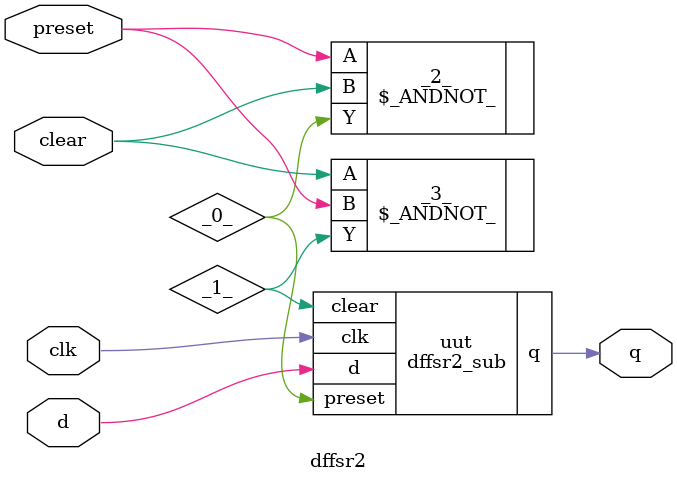
<source format=v>
/* Generated by Yosys 0.56+171 (git sha1 6fdcdd41d, g++ 11.4.0-1ubuntu1~22.04.2 -Og -fPIC) */

(* src = "dut.sv:83.1-89.10" *)
(* top =  1  *)
module dffsr2(clk, preset, clear, d, q);
  (* src = "dut.sv:83.15-83.18" *)
  input clk;
  wire clk;
  (* src = "dut.sv:83.20-83.26" *)
  input preset;
  wire preset;
  (* src = "dut.sv:83.28-83.33" *)
  input clear;
  wire clear;
  (* src = "dut.sv:83.35-83.36" *)
  input d;
  wire d;
  (* src = "dut.sv:83.38-83.39" *)
  output q;
  wire q;
  wire _0_;
  wire _1_;
  \$_ANDNOT_  _2_ (
    .A(preset),
    .B(clear),
    .Y(_0_)
  );
  \$_ANDNOT_  _3_ (
    .A(clear),
    .B(preset),
    .Y(_1_)
  );
  dffsr2_sub uut (
    .clear(_1_),
    .clk(clk),
    .d(d),
    .preset(_0_),
    .q(q)
  );
endmodule

(* src = "dut.sv:92.1-103.10" *)
module dffsr2_sub(clk, preset, clear, d, q);
  (* src = "dut.sv:92.19-92.22" *)
  input clk;
  wire clk;
  (* src = "dut.sv:92.24-92.30" *)
  input preset;
  wire preset;
  (* src = "dut.sv:92.32-92.37" *)
  input clear;
  wire clear;
  (* src = "dut.sv:92.39-92.40" *)
  input d;
  wire d;
  (* src = "dut.sv:92.42-92.43" *)
  output q;
  wire q;
  wire _0_;
  \$_ANDNOT_  _1_ (
    .A(clear),
    .B(preset),
    .Y(_0_)
  );
  (* \"has_async_reset"  = 32'd1 *)
  (* \"is_sr_ff"  = 32'd1 *)
  (* \always_ff  = 32'd1 *)
  (* src = "dut.sv:95.1-102.4" *)
  \$_DFFSR_PPP_  q_reg /* _2_ */ (
    .C(clk),
    .D(d),
    .Q(q),
    .R(_0_),
    .S(preset)
  );
endmodule

</source>
